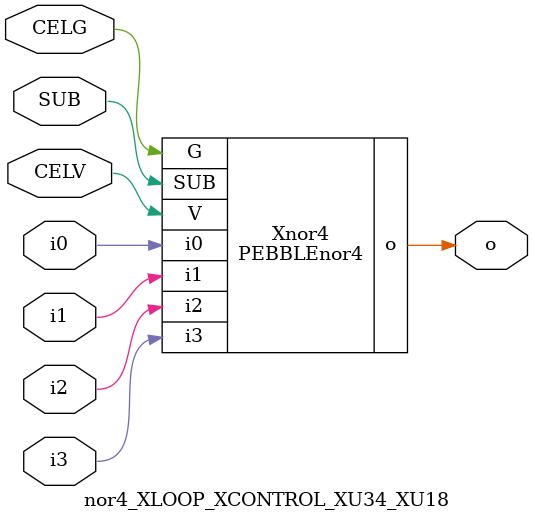
<source format=v>



module PEBBLEnor4 ( o, G, SUB, V, i0, i1, i2, i3 );

  input i0;
  input V;
  input i3;
  input i2;
  input i1;
  input G;
  output o;
  input SUB;
endmodule

//Celera Confidential Do Not Copy nor4_XLOOP_XCONTROL_XU34_XU18
//Celera Confidential Symbol Generator
//nor4
module nor4_XLOOP_XCONTROL_XU34_XU18 (CELV,CELG,i0,i1,i2,i3,o,SUB);
input CELV;
input CELG;
input i0;
input i1;
input i2;
input i3;
input SUB;
output o;

//Celera Confidential Do Not Copy nor4
PEBBLEnor4 Xnor4(
.V (CELV),
.i0 (i0),
.i1 (i1),
.i2 (i2),
.i3 (i3),
.o (o),
.SUB (SUB),
.G (CELG)
);
//,diesize,PEBBLEnor4

//Celera Confidential Do Not Copy Module End
//Celera Schematic Generator
endmodule

</source>
